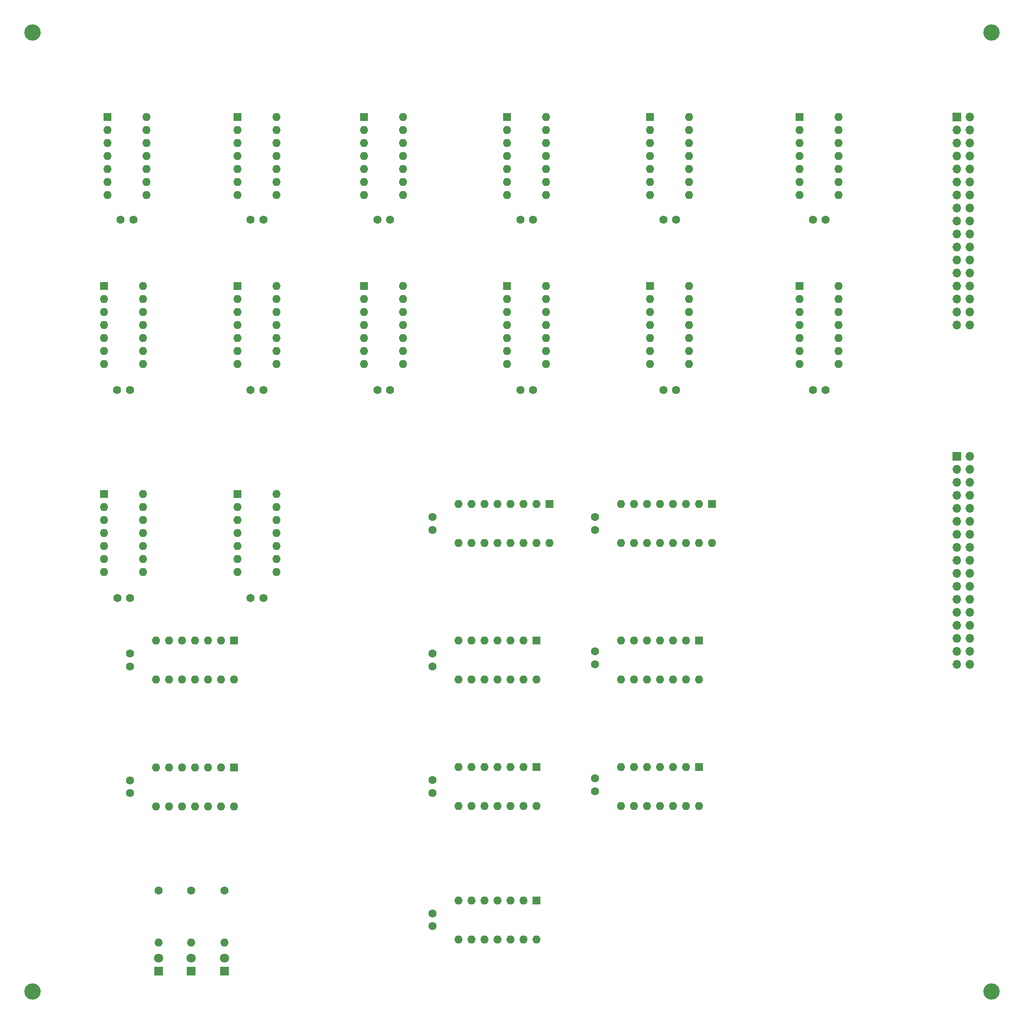
<source format=gbr>
%TF.GenerationSoftware,KiCad,Pcbnew,7.0.7*%
%TF.CreationDate,2023-10-17T22:58:23+09:00*%
%TF.ProjectId,ALU,414c552e-6b69-4636-9164-5f7063625858,rev?*%
%TF.SameCoordinates,Original*%
%TF.FileFunction,Soldermask,Top*%
%TF.FilePolarity,Negative*%
%FSLAX46Y46*%
G04 Gerber Fmt 4.6, Leading zero omitted, Abs format (unit mm)*
G04 Created by KiCad (PCBNEW 7.0.7) date 2023-10-17 22:58:23*
%MOMM*%
%LPD*%
G01*
G04 APERTURE LIST*
%ADD10R,1.600000X1.600000*%
%ADD11O,1.600000X1.600000*%
%ADD12C,1.600000*%
%ADD13C,3.200000*%
%ADD14R,1.800000X1.800000*%
%ADD15C,1.800000*%
%ADD16R,1.700000X1.700000*%
%ADD17O,1.700000X1.700000*%
G04 APERTURE END LIST*
D10*
%TO.C,U4*%
X139710000Y-68580000D03*
D11*
X139710000Y-71120000D03*
X139710000Y-73660000D03*
X139710000Y-76200000D03*
X139710000Y-78740000D03*
X139710000Y-81280000D03*
X139710000Y-83820000D03*
X147330000Y-83820000D03*
X147330000Y-81280000D03*
X147330000Y-78740000D03*
X147330000Y-76200000D03*
X147330000Y-73660000D03*
X147330000Y-71120000D03*
X147330000Y-68580000D03*
%TD*%
D10*
%TO.C,U9*%
X33660000Y-35560000D03*
D11*
X33660000Y-38100000D03*
X33660000Y-40640000D03*
X33660000Y-43180000D03*
X33660000Y-45720000D03*
X33660000Y-48260000D03*
X33660000Y-50800000D03*
X41280000Y-50800000D03*
X41280000Y-48260000D03*
X41280000Y-45720000D03*
X41280000Y-43180000D03*
X41280000Y-40640000D03*
X41280000Y-38100000D03*
X41280000Y-35560000D03*
%TD*%
D10*
%TO.C,U12*%
X83830000Y-68580000D03*
D11*
X83830000Y-71120000D03*
X83830000Y-73660000D03*
X83830000Y-76200000D03*
X83830000Y-78740000D03*
X83830000Y-81280000D03*
X83830000Y-83820000D03*
X91450000Y-83820000D03*
X91450000Y-81280000D03*
X91450000Y-78740000D03*
X91450000Y-76200000D03*
X91450000Y-73660000D03*
X91450000Y-71120000D03*
X91450000Y-68580000D03*
%TD*%
D10*
%TO.C,U10*%
X111770000Y-35555000D03*
D11*
X111770000Y-38095000D03*
X111770000Y-40635000D03*
X111770000Y-43175000D03*
X111770000Y-45715000D03*
X111770000Y-48255000D03*
X111770000Y-50795000D03*
X119390000Y-50795000D03*
X119390000Y-48255000D03*
X119390000Y-45715000D03*
X119390000Y-43175000D03*
X119390000Y-40635000D03*
X119390000Y-38095000D03*
X119390000Y-35555000D03*
%TD*%
D12*
%TO.C,C5*%
X88910000Y-55626000D03*
X86410000Y-55626000D03*
%TD*%
D10*
%TO.C,U24*%
X58440000Y-162580000D03*
D11*
X55900000Y-162580000D03*
X53360000Y-162580000D03*
X50820000Y-162580000D03*
X48280000Y-162580000D03*
X45740000Y-162580000D03*
X43200000Y-162580000D03*
X43200000Y-170200000D03*
X45740000Y-170200000D03*
X48280000Y-170200000D03*
X50820000Y-170200000D03*
X53360000Y-170200000D03*
X55900000Y-170200000D03*
X58440000Y-170200000D03*
%TD*%
D12*
%TO.C,C18*%
X38100000Y-129545000D03*
X35600000Y-129545000D03*
%TD*%
D10*
%TO.C,U5*%
X120015000Y-111125000D03*
D11*
X117475000Y-111125000D03*
X114935000Y-111125000D03*
X112395000Y-111125000D03*
X109855000Y-111125000D03*
X107315000Y-111125000D03*
X104775000Y-111125000D03*
X102235000Y-111125000D03*
X102235000Y-118745000D03*
X104775000Y-118745000D03*
X107315000Y-118745000D03*
X109855000Y-118745000D03*
X112395000Y-118745000D03*
X114935000Y-118745000D03*
X117475000Y-118745000D03*
X120015000Y-118745000D03*
%TD*%
D12*
%TO.C,C17*%
X128900000Y-142435000D03*
X128900000Y-139935000D03*
%TD*%
D10*
%TO.C,U7*%
X59060000Y-35560000D03*
D11*
X59060000Y-38100000D03*
X59060000Y-40640000D03*
X59060000Y-43180000D03*
X59060000Y-45720000D03*
X59060000Y-48260000D03*
X59060000Y-50800000D03*
X66680000Y-50800000D03*
X66680000Y-48260000D03*
X66680000Y-45720000D03*
X66680000Y-43180000D03*
X66680000Y-40640000D03*
X66680000Y-38100000D03*
X66680000Y-35560000D03*
%TD*%
D10*
%TO.C,U15*%
X117480000Y-162570000D03*
D11*
X114940000Y-162570000D03*
X112400000Y-162570000D03*
X109860000Y-162570000D03*
X107320000Y-162570000D03*
X104780000Y-162570000D03*
X102240000Y-162570000D03*
X102240000Y-170190000D03*
X104780000Y-170190000D03*
X107320000Y-170190000D03*
X109860000Y-170190000D03*
X112400000Y-170190000D03*
X114940000Y-170190000D03*
X117480000Y-170190000D03*
%TD*%
D12*
%TO.C,C11*%
X144790000Y-55626000D03*
X142290000Y-55626000D03*
%TD*%
%TO.C,R3*%
X56515000Y-186690000D03*
D11*
X56515000Y-196850000D03*
%TD*%
D10*
%TO.C,U1*%
X168920000Y-68575000D03*
D11*
X168920000Y-71115000D03*
X168920000Y-73655000D03*
X168920000Y-76195000D03*
X168920000Y-78735000D03*
X168920000Y-81275000D03*
X168920000Y-83815000D03*
X176540000Y-83815000D03*
X176540000Y-81275000D03*
X176540000Y-78735000D03*
X176540000Y-76195000D03*
X176540000Y-73655000D03*
X176540000Y-71115000D03*
X176540000Y-68575000D03*
%TD*%
D10*
%TO.C,U11*%
X111760000Y-68580000D03*
D11*
X111760000Y-71120000D03*
X111760000Y-73660000D03*
X111760000Y-76200000D03*
X111760000Y-78740000D03*
X111760000Y-81280000D03*
X111760000Y-83820000D03*
X119380000Y-83820000D03*
X119380000Y-81280000D03*
X119380000Y-78740000D03*
X119380000Y-76200000D03*
X119380000Y-73660000D03*
X119380000Y-71120000D03*
X119380000Y-68580000D03*
%TD*%
D12*
%TO.C,R2*%
X50038000Y-186690000D03*
D11*
X50038000Y-196850000D03*
%TD*%
D13*
%TO.C,H1*%
X19050000Y-19050000D03*
%TD*%
D12*
%TO.C,C21*%
X128910000Y-167250000D03*
X128910000Y-164750000D03*
%TD*%
D10*
%TO.C,U16*%
X149230000Y-162570000D03*
D11*
X146690000Y-162570000D03*
X144150000Y-162570000D03*
X141610000Y-162570000D03*
X139070000Y-162570000D03*
X136530000Y-162570000D03*
X133990000Y-162570000D03*
X133990000Y-170190000D03*
X136530000Y-170190000D03*
X139070000Y-170190000D03*
X141610000Y-170190000D03*
X144150000Y-170190000D03*
X146690000Y-170190000D03*
X149230000Y-170190000D03*
%TD*%
D12*
%TO.C,C14*%
X38055000Y-88900000D03*
X35555000Y-88900000D03*
%TD*%
D14*
%TO.C,D3*%
X56515000Y-202438000D03*
D15*
X56515000Y-199898000D03*
%TD*%
D12*
%TO.C,C12*%
X174000000Y-55621000D03*
X171500000Y-55621000D03*
%TD*%
D10*
%TO.C,U21*%
X59095000Y-109200000D03*
D11*
X59095000Y-111740000D03*
X59095000Y-114280000D03*
X59095000Y-116820000D03*
X59095000Y-119360000D03*
X59095000Y-121900000D03*
X59095000Y-124440000D03*
X66715000Y-124440000D03*
X66715000Y-121900000D03*
X66715000Y-119360000D03*
X66715000Y-116820000D03*
X66715000Y-114280000D03*
X66715000Y-111740000D03*
X66715000Y-109200000D03*
%TD*%
D12*
%TO.C,C10*%
X97155000Y-116205000D03*
X97155000Y-113705000D03*
%TD*%
%TO.C,C9*%
X128905000Y-116205000D03*
X128905000Y-113705000D03*
%TD*%
%TO.C,C2*%
X88900000Y-88905000D03*
X86400000Y-88905000D03*
%TD*%
D10*
%TO.C,U14*%
X117475000Y-188595000D03*
D11*
X114935000Y-188595000D03*
X112395000Y-188595000D03*
X109855000Y-188595000D03*
X107315000Y-188595000D03*
X104775000Y-188595000D03*
X102235000Y-188595000D03*
X102235000Y-196215000D03*
X104775000Y-196215000D03*
X107315000Y-196215000D03*
X109855000Y-196215000D03*
X112395000Y-196215000D03*
X114935000Y-196215000D03*
X117475000Y-196215000D03*
%TD*%
D13*
%TO.C,H4*%
X206375000Y-206375000D03*
%TD*%
D12*
%TO.C,C20*%
X97155000Y-193635000D03*
X97155000Y-191135000D03*
%TD*%
%TO.C,C3*%
X116840000Y-88900000D03*
X114340000Y-88900000D03*
%TD*%
D10*
%TO.C,U23*%
X58420000Y-137795000D03*
D11*
X55880000Y-137795000D03*
X53340000Y-137795000D03*
X50800000Y-137795000D03*
X48260000Y-137795000D03*
X45720000Y-137795000D03*
X43180000Y-137795000D03*
X43180000Y-145415000D03*
X45720000Y-145415000D03*
X48260000Y-145415000D03*
X50800000Y-145415000D03*
X53340000Y-145415000D03*
X55880000Y-145415000D03*
X58420000Y-145415000D03*
%TD*%
D12*
%TO.C,C23*%
X38095000Y-142865000D03*
X38095000Y-140365000D03*
%TD*%
D10*
%TO.C,U3*%
X139710000Y-35560000D03*
D11*
X139710000Y-38100000D03*
X139710000Y-40640000D03*
X139710000Y-43180000D03*
X139710000Y-45720000D03*
X139710000Y-48260000D03*
X139710000Y-50800000D03*
X147330000Y-50800000D03*
X147330000Y-48260000D03*
X147330000Y-45720000D03*
X147330000Y-43180000D03*
X147330000Y-40640000D03*
X147330000Y-38100000D03*
X147330000Y-35560000D03*
%TD*%
D12*
%TO.C,C6*%
X144780000Y-88905000D03*
X142280000Y-88905000D03*
%TD*%
%TO.C,C8*%
X116840000Y-55626000D03*
X114340000Y-55626000D03*
%TD*%
%TO.C,C15*%
X97155000Y-142875000D03*
X97155000Y-140375000D03*
%TD*%
%TO.C,R1*%
X43688000Y-186695000D03*
D11*
X43688000Y-196855000D03*
%TD*%
D10*
%TO.C,U19*%
X149225000Y-137795000D03*
D11*
X146685000Y-137795000D03*
X144145000Y-137795000D03*
X141605000Y-137795000D03*
X139065000Y-137795000D03*
X136525000Y-137795000D03*
X133985000Y-137795000D03*
X133985000Y-145415000D03*
X136525000Y-145415000D03*
X139065000Y-145415000D03*
X141605000Y-145415000D03*
X144145000Y-145415000D03*
X146685000Y-145415000D03*
X149225000Y-145415000D03*
%TD*%
D12*
%TO.C,C4*%
X64130000Y-55631000D03*
X61630000Y-55631000D03*
%TD*%
D10*
%TO.C,U13*%
X117480000Y-137805000D03*
D11*
X114940000Y-137805000D03*
X112400000Y-137805000D03*
X109860000Y-137805000D03*
X107320000Y-137805000D03*
X104780000Y-137805000D03*
X102240000Y-137805000D03*
X102240000Y-145425000D03*
X104780000Y-145425000D03*
X107320000Y-145425000D03*
X109860000Y-145425000D03*
X112400000Y-145425000D03*
X114940000Y-145425000D03*
X117480000Y-145425000D03*
%TD*%
D10*
%TO.C,U20*%
X33020000Y-109220000D03*
D11*
X33020000Y-111760000D03*
X33020000Y-114300000D03*
X33020000Y-116840000D03*
X33020000Y-119380000D03*
X33020000Y-121920000D03*
X33020000Y-124460000D03*
X40640000Y-124460000D03*
X40640000Y-121920000D03*
X40640000Y-119380000D03*
X40640000Y-116840000D03*
X40640000Y-114300000D03*
X40640000Y-111760000D03*
X40640000Y-109220000D03*
%TD*%
D10*
%TO.C,U18*%
X59065000Y-68575000D03*
D11*
X59065000Y-71115000D03*
X59065000Y-73655000D03*
X59065000Y-76195000D03*
X59065000Y-78735000D03*
X59065000Y-81275000D03*
X59065000Y-83815000D03*
X66685000Y-83815000D03*
X66685000Y-81275000D03*
X66685000Y-78735000D03*
X66685000Y-76195000D03*
X66685000Y-73655000D03*
X66685000Y-71115000D03*
X66685000Y-68575000D03*
%TD*%
D13*
%TO.C,H3*%
X19075400Y-206349600D03*
%TD*%
D10*
%TO.C,U8*%
X83840000Y-35555000D03*
D11*
X83840000Y-38095000D03*
X83840000Y-40635000D03*
X83840000Y-43175000D03*
X83840000Y-45715000D03*
X83840000Y-48255000D03*
X83840000Y-50795000D03*
X91460000Y-50795000D03*
X91460000Y-48255000D03*
X91460000Y-45715000D03*
X91460000Y-43175000D03*
X91460000Y-40635000D03*
X91460000Y-38095000D03*
X91460000Y-35555000D03*
%TD*%
D16*
%TO.C,J1*%
X199644000Y-35560000D03*
D17*
X202184000Y-35560000D03*
X199644000Y-38100000D03*
X202184000Y-38100000D03*
X199644000Y-40640000D03*
X202184000Y-40640000D03*
X199644000Y-43180000D03*
X202184000Y-43180000D03*
X199644000Y-45720000D03*
X202184000Y-45720000D03*
X199644000Y-48260000D03*
X202184000Y-48260000D03*
X199644000Y-50800000D03*
X202184000Y-50800000D03*
X199644000Y-53340000D03*
X202184000Y-53340000D03*
X199644000Y-55880000D03*
X202184000Y-55880000D03*
X199644000Y-58420000D03*
X202184000Y-58420000D03*
X199644000Y-60960000D03*
X202184000Y-60960000D03*
X199644000Y-63500000D03*
X202184000Y-63500000D03*
X199644000Y-66040000D03*
X202184000Y-66040000D03*
X199644000Y-68580000D03*
X202184000Y-68580000D03*
X199644000Y-71120000D03*
X202184000Y-71120000D03*
X199644000Y-73660000D03*
X202184000Y-73660000D03*
X199644000Y-76200000D03*
X202184000Y-76200000D03*
%TD*%
D13*
%TO.C,H2*%
X206375000Y-19050000D03*
%TD*%
D12*
%TO.C,C1*%
X38730000Y-55631000D03*
X36230000Y-55631000D03*
%TD*%
%TO.C,C16*%
X97160000Y-167610000D03*
X97160000Y-165110000D03*
%TD*%
D14*
%TO.C,D1*%
X43688000Y-202443000D03*
D15*
X43688000Y-199903000D03*
%TD*%
D12*
%TO.C,C19*%
X64135000Y-129520000D03*
X61635000Y-129520000D03*
%TD*%
D10*
%TO.C,U17*%
X33025000Y-68580000D03*
D11*
X33025000Y-71120000D03*
X33025000Y-73660000D03*
X33025000Y-76200000D03*
X33025000Y-78740000D03*
X33025000Y-81280000D03*
X33025000Y-83820000D03*
X40645000Y-83820000D03*
X40645000Y-81280000D03*
X40645000Y-78740000D03*
X40645000Y-76200000D03*
X40645000Y-73660000D03*
X40645000Y-71120000D03*
X40645000Y-68580000D03*
%TD*%
D10*
%TO.C,U6*%
X168920000Y-35555000D03*
D11*
X168920000Y-38095000D03*
X168920000Y-40635000D03*
X168920000Y-43175000D03*
X168920000Y-45715000D03*
X168920000Y-48255000D03*
X168920000Y-50795000D03*
X176540000Y-50795000D03*
X176540000Y-48255000D03*
X176540000Y-45715000D03*
X176540000Y-43175000D03*
X176540000Y-40635000D03*
X176540000Y-38095000D03*
X176540000Y-35555000D03*
%TD*%
D12*
%TO.C,C7*%
X173990000Y-88900000D03*
X171490000Y-88900000D03*
%TD*%
%TO.C,C13*%
X64135000Y-88895000D03*
X61635000Y-88895000D03*
%TD*%
%TO.C,C22*%
X38120000Y-167620000D03*
X38120000Y-165120000D03*
%TD*%
D10*
%TO.C,U2*%
X151765000Y-111125000D03*
D11*
X149225000Y-111125000D03*
X146685000Y-111125000D03*
X144145000Y-111125000D03*
X141605000Y-111125000D03*
X139065000Y-111125000D03*
X136525000Y-111125000D03*
X133985000Y-111125000D03*
X133985000Y-118745000D03*
X136525000Y-118745000D03*
X139065000Y-118745000D03*
X141605000Y-118745000D03*
X144145000Y-118745000D03*
X146685000Y-118745000D03*
X149225000Y-118745000D03*
X151765000Y-118745000D03*
%TD*%
D14*
%TO.C,D2*%
X50038000Y-202438000D03*
D15*
X50038000Y-199898000D03*
%TD*%
D16*
%TO.C,J2*%
X199644000Y-101854000D03*
D17*
X202184000Y-101854000D03*
X199644000Y-104394000D03*
X202184000Y-104394000D03*
X199644000Y-106934000D03*
X202184000Y-106934000D03*
X199644000Y-109474000D03*
X202184000Y-109474000D03*
X199644000Y-112014000D03*
X202184000Y-112014000D03*
X199644000Y-114554000D03*
X202184000Y-114554000D03*
X199644000Y-117094000D03*
X202184000Y-117094000D03*
X199644000Y-119634000D03*
X202184000Y-119634000D03*
X199644000Y-122174000D03*
X202184000Y-122174000D03*
X199644000Y-124714000D03*
X202184000Y-124714000D03*
X199644000Y-127254000D03*
X202184000Y-127254000D03*
X199644000Y-129794000D03*
X202184000Y-129794000D03*
X199644000Y-132334000D03*
X202184000Y-132334000D03*
X199644000Y-134874000D03*
X202184000Y-134874000D03*
X199644000Y-137414000D03*
X202184000Y-137414000D03*
X199644000Y-139954000D03*
X202184000Y-139954000D03*
X199644000Y-142494000D03*
X202184000Y-142494000D03*
%TD*%
M02*

</source>
